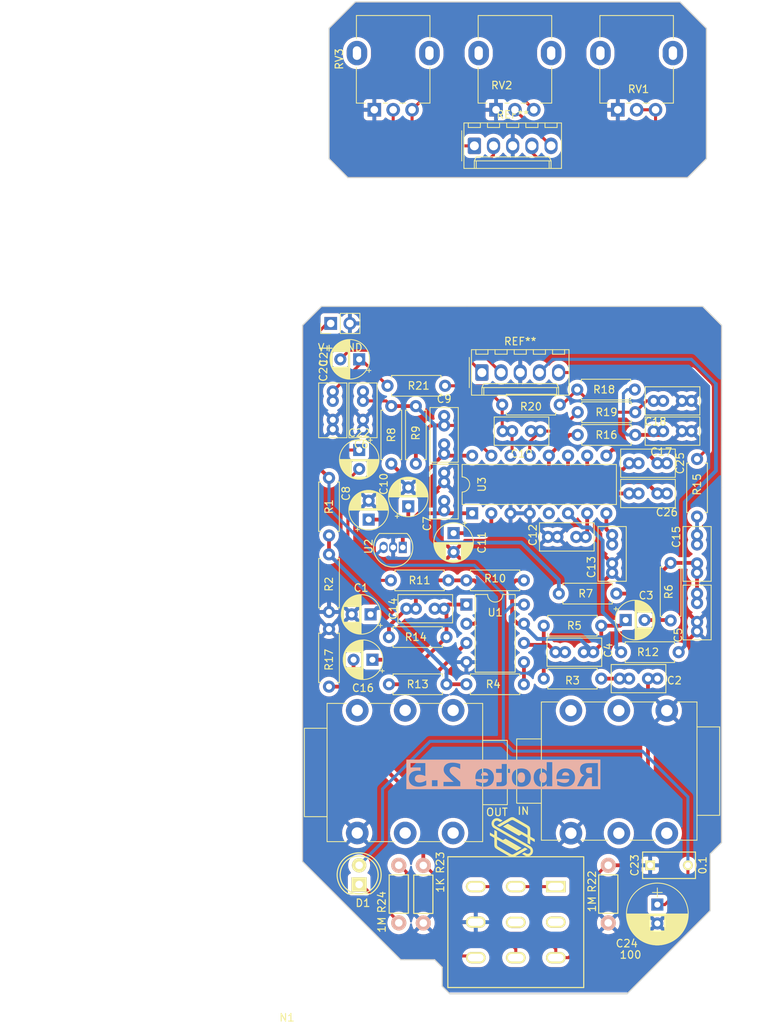
<source format=kicad_pcb>
(kicad_pcb (version 20221018) (generator pcbnew)
  (layers (0 "F.Cu" signal) (31 "B.Cu" signal) (34 "B.Paste" user) (35 "F.Paste" user) (36 "B.SilkS" user "B.Silkscreen") (37 "F.SilkS" user "F.Silkscreen") (38 "B.Mask" user) (39 "F.Mask" user) (44 "Edge.Cuts" user))
  (net 0 "")
  (net 1 "GND")
  (net 2 "+9V")
  (net 3 "Net-(D1-K)")
  (net 7 "Net-(J2-T)")
  (net 12 "Net-(J3-T)")
  (net 13 "O")
  (net 14 "I")
  (net 15 "Net-(SW1C-C)")
  (net 16 "Net-(SW1A-A)")
  (net 17 "Net-(J4-T)")
  (net 18 "Net-(J1-T)")
  (net 19 "VD")
  (net 20 "Net-(C2-Pad2)")
  (net 21 "AI")
  (net 22 "Net-(C3-Pad2)")
  (net 23 "Net-(U1B--)")
  (net 24 "Net-(C15-Pad1)")
  (net 25 "Net-(C6-Pad2)")
  (net 26 "+5V")
  (net 27 "LPF1-IN")
  (net 28 "LPF1-OUT")
  (net 29 "Net-(U3-REF)")
  (net 30 "Net-(U3-CC1)")
  (net 31 "Net-(U3-CC0)")
  (net 32 "Net-(U1A--)")
  (net 33 "Net-(C14-Pad2)")
  (net 34 "Net-(C15-Pad2)")
  (net 35 "Net-(C17-Pad2)")
  (net 36 "Net-(C18-Pad2)")
  (net 37 "LPF2-IN")
  (net 38 "LPF2-OUT")
  (net 39 "Net-(C20-Pad2)")
  (net 40 "Net-(C21-Pad2)")
  (net 41 "Net-(C22-Pad1)")
  (net 42 "Net-(C22-Pad2)")
  (net 43 "Net-(U3-OP1-OUT)")
  (net 44 "Net-(U3-OP1-IN)")
  (net 45 "Net-(U3-OP2-IN)")
  (net 46 "DELAY_OUT")
  (net 47 "Net-(U1B-+)")
  (net 48 "Net-(U3-VCO)")
  (net 49 "Net-(R12-Pad2)")
  (net 50 "Net-(U1A-+)")
  (net 51 "Net-(R15-Pad2)")
  (footprint "KiCad Lib:3PDT-Footswitch" (layer "F.Cu") (at 143.25 142.525 180)
    (fp_text reference "SW1" hide)
    (fp_text value "SW_3PDT" hide)
  )
  (footprint "Connectors:NMJ6HCD2" (layer "F.Cu") (at 122.25 130.73 90)
    (fp_text reference "J3" hide)
    (fp_text value "OUT")
  )
  (footprint "Pin_Headers:Pin_Header_Straight_1x02_Pitch2.54mm" (layer "F.Cu") (at 118.735 63.3 90)
    (fp_text reference "J1" hide)
    (fp_text value "V+ GND")
  )
  (footprint "Capacitors_THT:CP_Radial_D8.0mm_P2.50mm" (layer "F.Cu") (at 162 140.2 -90)
    (fp_text reference "C24")
    (fp_text value "100")
  )
  (footprint "LEDs:LED-5MM" (layer "F.Cu") (at 122.5 137.54 90)
    (fp_text reference "D1")
    (fp_text value "LED" hide)
  )
  (footprint "Resistors_ThroughHole:Resistor_Horizontal_RM7mm" (layer "F.Cu") (at 155.5 135 -90)
    (fp_text reference "R22")
    (fp_text value "1M")
  )
  (footprint "Resistors_ThroughHole:Resistor_Horizontal_RM7mm" (layer "F.Cu") (at 131 135.02 -90)
    (fp_text reference "R23")
    (fp_text value "1K")
  )
  (footprint "Resistors_ThroughHole:Resistor_Horizontal_RM7mm" (layer "F.Cu") (at 127.75 142.62 90)
    (fp_text reference "R24")
    (fp_text value "1M")
  )
  (footprint "Capacitors_ThroughHole:C_Rect_L7_W3.5_P5" (layer "F.Cu") (at 161.05 135)
    (fp_text reference "C23")
    (fp_text value "0.1")
  )
  (footprint "Connectors:NMJ6HCD2" (layer "F.Cu") (at 163.25 114.53 -90)
    (fp_text reference "J2" hide)
    (fp_text value "IN")
  )
  (footprint "Resistor_THT:R_Axial_DIN0207_L6.3mm_D2.5mm_P7.62mm_Horizontal" (layer "F.Cu") (at 133.88 71.55 180)
    (fp_text reference "R21")
    (fp_text value "2k7")
  )
  (footprint "Resistor_THT:R_Axial_DIN0207_L6.3mm_D2.5mm_P7.62mm_Horizontal" (layer "F.Cu") (at 159.01 72.05 180)
    (fp_text reference "R18")
    (fp_text value "12K")
  )
  (footprint "Resistor_THT:R_Axial_DIN0207_L6.3mm_D2.5mm_P7.62mm_Horizontal" (layer "F.Cu") (at 136.7 111.05)
    (fp_text reference "R4")
    (fp_text value "510K")
  )
  (footprint "Potentiometer_THT:Potentiometer_Alpha_RD901F-40-00D_Single_Vertical" (layer "F.Cu") (at 140.635 35.025 90)
    (fp_text reference "RV2")
    (fp_text value "25KB")
  )
  (footprint "Capacitor_THT:CP_Radial_D5.0mm_P2.50mm" (layer "F.Cu") (at 123.76 89.255113 90)
    (fp_text reference "C8")
    (fp_text value "47uF")
  )
  (footprint "Package_TO_SOT_THT:TO-92_Inline" (layer "F.Cu") (at 128.28 92.94 180)
    (fp_text reference "U2")
    (fp_text value "L78L05_TO92")
  )
  (footprint "Capacitor_THT:C_Rect_L7.0mm_W3.5mm_P2.50mm_P5.00mm" (layer "F.Cu") (at 166.51 73.55 180)
    (fp_text reference "C18")
    (fp_text value "10nF")
  )
  (footprint "Pedal-Components:tkw" (layer "F.Cu") (at 142.76 131.3)
    (fp_text reference "G***" hide)
    (fp_text value "LOGO" hide)
  )
  (footprint "Capacitor_THT:C_Rect_L7.0mm_W3.5mm_P2.50mm_P5.00mm" (layer "F.Cu") (at 147.51 91.55)
    (fp_text reference "C12")
    (fp_text value "100nF")
  )
  (footprint "Potentiometer_THT:Potentiometer_Alpha_RD901F-40-00D_Single_Vertical" (layer "F.Cu") (at 156.76 35.025 90)
    (fp_text reference "RV1")
    (fp_text value "50KB")
  )
  (footprint "Resistor_THT:R_Axial_DIN0207_L6.3mm_D2.5mm_P7.62mm_Horizontal" (layer "F.Cu") (at 149.07 74.05 180)
    (fp_text reference "R20")
    (fp_text value "24K")
  )
  (footprint "Resistor_THT:R_Axial_DIN0207_L6.3mm_D2.5mm_P7.62mm_Horizontal" (layer "F.Cu") (at 154.57 110.3 180)
    (fp_text reference "R3")
    (fp_text value "510K")
  )
  (footprint "Capacitor_THT:CP_Radial_D5.0mm_P2.50mm" (layer "F.Cu") (at 124.26 107.8 180)
    (fp_text reference "C16")
    (fp_text value "1uF")
  )
  (footprint "Capacitor_THT:C_Rect_L7.0mm_W3.5mm_P2.50mm_P5.00mm" (layer "F.Cu") (at 167.26 104.05 90)
    (fp_text reference "C5")
    (fp_text value "27nF")
  )
  (footprint "Resistor_THT:R_Axial_DIN0207_L6.3mm_D2.5mm_P7.62mm_Horizontal" (layer "F.Cu") (at 126.45 104.8)
    (fp_text reference "R14")
    (fp_text value "24K")
  )
  (footprint "Capacitor_THT:C_Rect_L7.0mm_W3.5mm_P2.50mm_P5.00mm" (layer "F.Cu") (at 166.51 77.55 180)
    (fp_text reference "C17")
    (fp_text value "10nF")
  )
  (footprint "Capacitor_THT:CP_Radial_D5.0mm_P2.50mm" (layer "F.Cu") (at 157.804888 102.55)
    (fp_text reference "C3")
    (fp_text value "1uF")
  )
  (footprint "Capacitor_THT:C_Rect_L7.0mm_W3.5mm_P2.50mm_P5.00mm" (layer "F.Cu") (at 128.76 101.05)
    (fp_text reference "C14")
    (fp_text value "51pF")
  )
  (footprint "Connector_Molex:Molex_KK-254_AE-6410-05A_1x05_P2.54mm_Vertical" (layer "F.Cu") (at 138.76 69.8)
    (fp_text reference "REF**")
    (fp_text value "Molex_KK-254_AE-6410-05A_1x05_P2.54mm_Vertical")
  )
  (footprint "Capacitor_THT:CP_Radial_D5.0mm_P2.50mm" (layer "F.Cu") (at 122.51 68.05 180)
    (fp_text reference "C21")
    (fp_text value "1uF")
  )
  (footprint "Resistor_THT:R_Axial_DIN0207_L6.3mm_D2.5mm_P7.62mm_Horizontal" (layer "F.Cu") (at 118.51 83.74 -90)
    (fp_text reference "R1")
    (fp_text value "12K")
  )
  (footprint "Resistor_THT:R_Axial_DIN0207_L6.3mm_D2.5mm_P7.62mm_Horizontal" (layer "F.Cu") (at 163.76 102.61 90)
    (fp_text reference "R6")
    (fp_text value "12K")
  )
  (footprint "Capacitor_THT:CP_Radial_D5.0mm_P2.50mm" (layer "F.Cu") (at 124.01 101.8 180)
    (fp_text reference "C1")
    (fp_text value "47uF")
  )
  (footprint "Capacitor_THT:C_Rect_L7.0mm_W3.5mm_P2.50mm_P5.00mm" (layer "F.Cu") (at 133.76 80.55 90)
    (fp_text reference "C9")
    (fp_text value "560pF")
  )
  (footprint "Capacitor_THT:C_Rect_L7.0mm_W3.5mm_P2.50mm_P5.00mm" (layer "F.Cu") (at 133.76 83.05 -90)
    (fp_text reference "C7")
    (fp_text value "100nF")
  )
  (footprint "Resistor_THT:R_Axial_DIN0207_L6.3mm_D2.5mm_P7.62mm_Horizontal" (layer "F.Cu") (at 144.32 97.3 180)
    (fp_text reference "R10")
    (fp_text value "24K")
  )
  (footprint "Capacitor_THT:C_Rect_L7.0mm_W3.5mm_P2.50mm_P5.00mm" (layer "F.Cu") (at 148.51 106.8)
    (fp_text reference "C4")
    (fp_text value "5pF")
  )
  (footprint "Capacitor_THT:C_Rect_L7.0mm_W3.5mm_P2.50mm_P5.00mm" (layer "F.Cu") (at 163.26 85.8 180)
    (fp_text reference "C26")
    (fp_text value "82nF")
  )
  (footprint "Resistor_THT:R_Axial_DIN0207_L6.3mm_D2.5mm_P7.62mm_Horizontal" (layer "F.Cu") (at 157.2 106.8)
    (fp_text reference "R12")
    (fp_text value "1k")
  )
  (footprint "Resistor_THT:R_Axial_DIN0207_L6.3mm_D2.5mm_P7.62mm_Horizontal" (layer "F.Cu") (at 118.51 93.86 -90)
    (fp_text reference "R2")
    (fp_text value "12K")
  )
  (footprint "Resistor_THT:R_Axial_DIN0207_L6.3mm_D2.5mm_P7.62mm_Horizontal" (layer "F.Cu") (at 130.01 74.24 -90)
    (fp_text reference "R9")
    (fp_text value "47K")
  )
  (footprint "Package_DIP:DIP-16_W7.62mm" (layer "F.Cu") (at 137.47 88.42 90)
    (fp_text reference "U3")
    (fp_text value "PT2399")
  )
  (footprint "Resistor_THT:R_Axial_DIN0207_L6.3mm_D2.5mm_P7.62mm_Horizontal" (layer "F.Cu") (at 118.51 103.74 -90)
    (fp_text reference "R17")
    (fp_text value "100K")
  )
  (footprint "Capacitor_THT:CP_Radial_D5.0mm_P2.50mm" (layer "F.Cu") (at 135.01 91.05 -90)
    (fp_text reference "C11")
    (fp_text value "47uF")
  )
  (footprint "Resistor_THT:R_Axial_DIN0207_L6.3mm_D2.5mm_P7.62mm_Horizontal" (layer "F.Cu") (at 159.07 75.05 180)
    (fp_text reference "R19")
    (fp_text value "12K")
  )
  (footprint "Resistor_THT:R_Axial_DIN0207_L6.3mm_D2.5mm_P7.62mm_Horizontal" (layer "F.Cu") (at 156.57 99.05 180)
    (fp_text reference "R7")
    (fp_text value "12K")
  )
  (footprint "Pedal-Components:1590B" (layer "F.Cu") (at 112.94 154.659085)
    (fp_text reference "N1")
    (fp_text value "Housing")
  )
  (footprint "Capacitor_THT:C_Rect_L7.0mm_W3.5mm_P2.50mm_P5.00mm" (layer "F.Cu") (at 167.26 96.3 90)
    (fp_text reference "C15")
    (fp_text value "100nF")
  )
  (footprint "Package_DIP:DIP-8_W7.62mm" (layer "F.Cu") (at 136.71 100.5)
    (fp_text reference "U1")
    (fp_text value "TL072")
  )
  (footprint "Resistor_THT:R_Axial_DIN0207_L6.3mm_D2.5mm_P7.62mm_Horizontal" (layer "F.Cu") (at 146.95 103.3)
    (fp_text reference "R5")
    (fp_text value "510K")
  )
  (footprint "Capacitor_THT:CP_Radial_D5.0mm_P2.50mm" (layer "F.Cu") (at 122.51 80.05 -90)
    (fp_text reference "C22")
    (fp_text value "1uF")
  )
  (footprint "Resistor_THT:R_Axial_DIN0207_L6.3mm_D2.5mm_P7.62mm_Horizontal" (layer "F.Cu") (at 134.07 111.05 180)
    (fp_text reference "R13")
    (fp_text value "1k")
  )
  (footprint "Potentiometer_THT:Potentiometer_Alpha_RD901F-40-00D_Single_Vertical" (layer "F.Cu") (at 124.51 35.025 90)
    (fp_text reference "RV3")
    (fp_text value "100KB")
  )
  (footprint "Capacitor_THT:C_Rect_L7.0mm_W3.5mm_P2.50mm_P5.00mm" (layer "F.Cu") (at 162.01 110.3 180)
    (fp_text reference "C2")
    (fp_text value "8n2")
  )
  (footprint "Connector_Molex:Molex_KK-254_AE-6410-05A_1x05_P2.54mm_Vertical" (layer "F.Cu") (at 137.76 39.8)
    (fp_text reference "REF**")
    (fp_text value "Molex_KK-254_AE-6410-05A_1x05_P2.54mm_Vertical")
  )
  (footprint "Capacitor_THT:C_Rect_L7.0mm_W3.5mm_P2.50mm_P5.00mm" (layer "F.Cu") (at 163.26 81.8 180)
    (fp_text reference "C25")
    (fp_text value "82nF")
  )
  (footprint "Resistor_THT:R_Axial_DIN0207_L6.3mm_D2.5mm_P7.62mm_Horizontal" (layer "F.Cu") (at 126.7 97.3)
    (fp_text reference "R11")
    (fp_text value "33K")
  )
  (footprint "Capacitor_THT:C_Rect_L7.0mm_W3.5mm_P2.50mm_P5.00mm" (layer "F.Cu") (at 123.01 77.3 90)
    (fp_text reference "C6")
    (fp_text value "10nF")
  )
  (footprint "Capacitor_THT:C_Rect_L7.0mm_W3.5mm_P2.50mm_P5.00mm" (layer "F.Cu") (at 156.01 96.3 90)
    (fp_text reference "C13")
    (fp_text value "100nF")
  )
  (footprint "Capacitor_THT:C_Rect_L7.0mm_W3.5mm_P2.50mm_P5.00mm" (layer "F.Cu") (at 146.51 77.55 180)
    (fp_text reference "C19")
    (fp_text value "1nF")
  )
  (footprint "Resistor_THT:R_Axial_DIN0207_L6.3mm_D2.5mm_P7.62mm_Horizontal" (layer "F.Cu") (at 167.26 88.86 90)
    (fp_text reference "R15")
    (fp_text value "15K")
  )
  (footprint "Capacitor_THT:C_Rect_L7.0mm_W3.5mm_P2.50mm_P5.00mm" (layer "F.Cu") (at 119.01 77.3 90)
    (fp_text reference "C20")
    (fp_text value "100nF")
  )
  (footprint "Resistor_THT:R_Axial_DIN0207_L6.3mm_D2.5mm_P7.62mm_Horizontal" (layer "F.Cu") (at 151.45 78.05)
    (fp_text reference "R16")
    (fp_text value "12K")
  )
  (footprint "Resistor_THT:R_Axial_DIN0207_L6.3mm_D2.5mm_P7.62mm_Horizontal" (layer "F.Cu") (at 126.76 74.24 -90)
    (fp_text reference "R8")
    (fp_text value "12K")
  )
  (footprint "Capacitor_THT:CP_Radial_D5.0mm_P2.50mm" (layer "F.Cu") (at 129.01 87.505113 90)
    (fp_text reference "C10")
    (fp_text value "47uF")
  )
  (gr_line (start 128 147.5) (end 127 146.5) (stroke (width 0.15)) (layer "Edge.Cuts"))
  (gr_line (start 115 134.5) (end 115 121) (stroke (width 0.15)) (layer "Edge.Cuts"))
  (gr_line (start 121 44) (end 166 44) (stroke (width 0.15)) (layer "Edge.Cuts"))
  (gr_line (start 127 146.5) (end 115 134.5) (stroke (width 0.15)) (layer "Edge.Cuts"))
  (gr_line (start 115.01 63.55) (end 115 108.25) (stroke (width 0.15)) (layer "Edge.Cuts"))
  (gr_line (start 168.5 24.25) (end 165 20.75) (stroke (width 0.15)) (layer "Edge.Cuts"))
  (gr_line (start 169 141) (end 158 152) (stroke (width 0.15)) (layer "Edge.Cuts"))
  (gr_line (start 133.5 151) (end 133.5 148.5) (stroke (width 0.15)) (layer "Edge.Cuts"))
  (gr_line (start 168.5 41.5) (end 168.5 24.25) (stroke (width 0.15)) (layer "Edge.Cuts"))
  (gr_line (start 169 133.5) (end 170.5 132) (stroke (width 0.15)) (layer "Edge.Cuts"))
  (gr_line (start 170.5 85) (end 170.51 63.55) (stroke (width 0.15)) (layer "Edge.Cuts"))
  (gr_line (start 118.51 41.5) (end 121 44) (stroke (width 0.15)) (layer "Edge.Cuts"))
  (gr_line (start 115.01 63.55) (end 117.51 61.05) (stroke (width 0.15)) (layer "Edge.Cuts"))
  (gr_line (start 134.5 152) (end 158 152) (stroke (width 0.15)) (layer "Edge.Cuts"))
  (gr_line (start 165 20.75) (end 122 20.75) (stroke (width 0.15)) (layer "Edge.Cuts"))
  (gr_line (start 169 133.5) (end 169 141) (stroke (width 0.15)) (layer "Edge.Cuts"))
  (gr_line (start 118.51 24.24) (end 122 20.75) (stroke (width 0.15)) (layer "Edge.Cuts"))
  (gr_line (start 118.51 24.24) (end 118.51 41.5) (stroke (width 0.15)) (layer "Edge.Cuts"))
  (gr_line (start 170.5 108.25) (end 170.5 85) (stroke (width 0.15)) (layer "Edge.Cuts"))
  (gr_line (start 136.76 61.05) (end 168.01 61.05) (stroke (width 0.15)) (layer "Edge.Cuts"))
  (gr_line (start 134.5 152) (end 133.5 151) (stroke (width 0.15)) (layer "Edge.Cuts"))
  (gr_line (start 117.51 61.05) (end 136.76 61.05) (stroke (width 0.15)) (layer "Edge.Cuts"))
  (gr_line (start 133.5 148.5) (end 132.5 147.5) (stroke (width 0.15)) (layer "Edge.Cuts"))
  (gr_line (start 168.5 41.5) (end 166 44) (stroke (width 0.15)) (layer "Edge.Cuts"))
  (gr_line (start 115 112.75) (end 115 121) (stroke (width 0.15)) (layer "Edge.Cuts"))
  (gr_line (start 132.5 147.5) (end 128.5 147.5) (stroke (width 0.15)) (layer "Edge.Cuts"))
  (gr_line (start 170.5 108.25) (end 170.5 112.75) (stroke (width 0.15)) (layer "Edge.Cuts"))
  (gr_line (start 170.51 63.55) (end 168.01 61.05) (stroke (width 0.15)) (layer "Edge.Cuts"))
  (gr_line (start 115 108.25) (end 115 112.75) (stroke (width 0.15)) (layer "Edge.Cuts"))
  (gr_line (start 170.5 132) (end 170.5 112.75) (stroke (width 0.15)) (layer "Edge.Cuts"))
  (gr_line (start 128.5 147.5) (end 128 147.5) (stroke (width 0.15)) (layer "Edge.Cuts"))
  (gr_text "Rebote 2.5" (at 154.51 125.05) (layer "B.SilkS" knockout) (effects (font (size 3 3) (thickness 0.3) bold italic) (justify left bottom mirror)))
  (segment (start 162 140.2) (end 163 140.2) (width 0.4) (layer "F.Cu") (net 2))
  (segment (start 163 140.2) (end 166.05 137.15) (width 0.4) (layer "F.Cu") (net 2))
  (segment (start 166.05 137.15) (end 166.05 135) (width 0.4) (layer "F.Cu") (net 2))
  (segment (start 118.26 63.3) (end 116.76 64.8) (width 0.4) (layer "F.Cu") (net 2))
  (segment (start 116.76 64.8) (end 116.76 81.99) (width 0.5) (layer "F.Cu") (net 2))
  (segment (start 116.76 81.99) (end 118.51 83.74) (width 0.5) (layer "F.Cu") (net 2))
  (segment (start 118.735 63.3) (end 118.26 63.3) (width 0.4) (layer "F.Cu") (net 2))
  (segment (start 124.51 93.8) (end 124.88 93.8) (width 0.4) (layer "B.Cu") (net 2))
  (segment (start 125.6 131.9) (end 122.5 135) (width 0.4) (layer "B.Cu") (net 2))
  (segment (start 124.88 93.8) (end 125.74 92.94) (width 0.4) (layer "B.Cu") (net 2))
  (segment (start 141.6 118.6) (end 142.9 119.9) (width 0.4) (layer "B.Cu") (net 2))
  (segment (start 131.9 118.6) (end 125.6 124.9) (width 0.4) (layer "B.Cu") (net 2))
  (segment (start 160 119.9) (end 166.05 125.95) (width 0.4) (layer "B.Cu") (net 2))
  (segment (start 137.76 95.3) (end 126.01 95.3) (width 0.4) (layer "B.Cu") (net 2))
  (segment (start 125.6 124.9) (end 125.6 131.9) (width 0.4) (layer "B.Cu") (net 2))
  (segment (start 118.51 87.8) (end 118.51 83.74) (width 0.4) (layer "B.Cu") (net 2))
  (segment (start 142.9 119.9) (end 160 119.9) (width 0.4) (layer "B.Cu") (net 2))
  (segment (start 141.6 99.14) (end 137.76 95.3) (width 0.4) (layer "B.Cu") (net 2))
  (segment (start 142.81 100.5) (end 144.33 100.5) (width 0.4) (layer "B.Cu") (net 2))
  (segment (start 166.05 125.95) (end 166.05 135) (width 0.4) (layer "B.Cu") (net 2))
  (segment (start 124.51 93.8) (end 118.51 87.8) (width 0.4) (layer "B.Cu") (net 2))
  (segment (start 141.6 101.71) (end 141.6 99.14) (width 0.4) (layer "B.Cu") (net 2))
  (segment (start 141.6 118.6) (end 131.9 118.6) (width 0.4) (layer "B.Cu") (net 2))
  (segment (start 141.6 118.6) (end 141.6 101.71) (width 0.4) (layer "B.Cu") (net 2))
  (segment (start 126.01 95.3) (end 124.51 93.8) (width 0.4) (layer "B.Cu") (net 2))
  (segment (start 141.6 101.71) (end 142.81 100.5) (width 0.4) (layer "B.Cu") (net 2))
  (segment (start 122.75 137.5) (end 127.75 142.5) (width 0.4) (layer "F.Cu") (net 3))
  (segment (start 118.51 111.36) (end 119.95 111.36) (width 0.5) (layer "F.Cu") (net 13))
  (segment (start 119.95 111.36) (end 121.76 109.55) (width 0.5) (layer "F.Cu") (net 13))
  (segment (start 125.26 121.55) (end 131 127.29) (width 0.5) (layer "F.Cu") (net 13))
  (segment (start 140.6 143.425) (end 143.25 146.075) (width 0.4) (layer "F.Cu") (net 13))
  (segment (start 121.76 107.8) (end 121.76 109.55) (width 0.5) (layer "F.Cu") (net 13))
  (segment (start 125.26 113.05) (end 125.26 121.55) (width 0.5) (layer "F.Cu") (net 13))
  (segment (start 121.76 109.55) (end 125.26 113.05) (width 0.5) (layer "F.Cu") (net 13))
  (segment (start 131 127.29) (end 131 135.02) (width 0.5) (layer "F.Cu") (net 13))
  (segment (start 131.22 135.02) (end 136.4 140.2) (width 0.4) (layer "F.Cu") (net 13))
  (segment (start 143.25 146.075) (end 143.25 147.225) (width 0.4) (layer "F.Cu") (net 13))
  (segment (start 140.6 141.6) (end 140.6 143.425) (width 0.4) (layer "F.Cu") (net 13))
  (segment (start 139.2 140.2) (end 140.6 141.6) (width 0.4) (layer "F.Cu") (net 13))
  (segment (start 136.4 140.2) (end 139.2 140.2) (width 0.4) (layer "F.Cu") (net 13))
  (segment (start 148.55 146.075) (end 145.9 143.425) (width 0.4) (layer "F.Cu") (net 14))
  (segment (start 151.925 145.575) (end 152.5 145) (width 0.4) (layer "F.Cu") (net 14))
  (segment (start 148.55 147.225) (end 148.55 146.075) (width 0.4) (layer "F.Cu") (net 14))
  (segment (start 152.5 145) (end 152.5 141.5) (width 0.4) (layer "F.Cu") (net 14))
  (segment (start 141.6 140.1) (end 140.5 139) (width 0.4) (layer "F.Cu") (net 14))
  (segment (start 151.9 145.575) (end 151.925 145.575) (width 0.4) (layer "F.Cu") (net 14))
  (segment (start 154 140) (end 154 136.25) (width 0.4) (layer "F.Cu") (net 14))
  (segment (start 137.95 137.825) (end 139.825 137.825) (width 0.4) (layer "F.Cu") (net 14))
  (segment (start 140.5 138.5) (end 139.825 137.825) (width 0.4) (layer "F.Cu") (net 14))
  (segment (start 160.76 110.3) (end 160.76 131.3) (width 0.5) (layer "F.Cu") (net 14))
  (segment (start 154 136.25) (end 155.5 134.75) (width 0.4) (layer "F.Cu") (net 14))
  (segment (start 157.06 135) (end 155.5 135) (width 0.5) (layer "F.Cu") (net 14))
  (segment (start 140.5 139) (end 140.5 138.5) (width 0.4) (layer "F.Cu") (net 14))
  (segment (start 145.9 141.6) (end 144.4 140.1) (width 0.4) (layer "F.Cu") (net 14))
  (segment (start 150.25 147.225) (end 151.9 145.575) (width 0.4) (layer "F.Cu") (net 14))
  (segment (start 160.76 131.3) (end 157.06 135) (width 0.5) (layer "F.Cu") (net 14))
  (segment (start 148.55 147.225) (end 150.25 147.225) (width 0.4) (layer "F.Cu") (net 14))
  (segment (start 144.4 140.1) (end 141.6 140.1) (width 0.4) (layer "F.Cu") (net 14))
  (segment (start 145.9 143.425) (end 145.9 141.6) (width 0.4) (layer "F.Cu") (net 14))
  (segment (start 152.5 141.5) (end 154 140) (width 0.4) (layer "F.Cu") (net 14))
  (segment (start 133.2 139.9) (end 134.2 140.9) (width 0.4) (layer "F.Cu") (net 15))
  (segment (start 130.9 139.9) (end 133.2 139.9) (width 0.4) (layer "F.Cu") (net 15))
  (segment (start 128.749489 137.749489) (end 130.9 139.9) (width 0.4) (layer "F.Cu") (net 15))
  (segment (start 128.749489 135.879489) (end 128.749489 137.749489) (width 0.4) (layer "F.Cu") (net 15))
  (segment (start 134.2 140.9) (end 134.2 145.1) (width 0.4) (layer "F.Cu") (net 15))
  (segment (start 127.87 135) (end 128.749489 135.879489) (width 0.4) (layer "F.Cu") (net 15))
  (segment (start 134.2 145.1) (end 136.1 147) (width 0.4) (layer "F.Cu") (net 15))
  (segment (start 136.1 147) (end 137.725 147) (width 0.4) (layer "F.Cu") (net 15))
  (segment (start 143.25 137.825) (end 148.55 137.825) (width 0.4) (layer "F.Cu") (net 16))
  (segment (start 134.07 111.05) (end 136.7 111.05) (width 0.5) (layer "F.Cu") (net 19))
  (segment (start 118.51 91.36) (end 118.51 93.86) (width 0.5) (layer "F.Cu") (net 19))
  (segment (start 134.07 111.05) (end 134.07 109.11) (width 0.5) (layer "B.Cu") (net 19))
  (segment (start 134.07 109.11) (end 127.26 102.3) (width 0.5) (layer "B.Cu") (net 19))
  (segment (start 124.855 100.955) (end 124.01 101.8) (width 0.5) (layer "B.Cu") (net 19))
  (segment (start 127.26 102.3) (end 126.95 102.3) (width 0.5) (layer "B.Cu") (net 19))
  (segment (start 126.95 102.3) (end 125.605 100.955) (width 0.5) (layer "B.Cu") (net 19))
  (segment (start 125.605 100.955) (end 124.855 100.955) (width 0.5) (layer "B.Cu") (net 19))
  (segment (start 125.605 100.955) (end 118.51 93.86) (width 0.5) (layer "B.Cu") (net 19))
  (segment (start 154.57 110.3) (end 158.26 110.3) (width 0.5) (layer "F.Cu") (net 20))
  (segment (start 142.76 102.3) (end 142.76 97.8) (width 0.5) (layer "F.Cu") (net 21))
  (segment (start 157.054888 103.3) (end 157.804888 102.55) (width 0.5) (layer "F.Cu") (net 21))
  (segment (start 154.57 105.74) (end 153.51 106.8) (width 0.5) (layer "F.Cu") (net 21))
  (segment (start 144.33 103.04) (end 143.5 103.04) (width 0.5) (layer "F.Cu") (net 21))
  (segment (start 143.26 97.3) (end 144.32 97.3) (width 0.5) (layer "F.Cu") (net 21))
  (segment (start 154.57 103.3) (end 157.054888 103.3) (width 0.5) (layer "F.Cu") (net 21))
  (segment (start 154.57 103.3) (end 154.57 105.74) (width 0.5) (layer "F.Cu") (net 21))
  (segment (start 143.5 103.04) (end 142.76 102.3) (width 0.5) (layer "F.Cu") (net 21))
  (segment (start 142.76 97.8) (end 143.26 97.3) (width 0.5) (layer "F.Cu") (net 21))
  (segment (start 146.09 105.05) (end 151.76 105.05) (width 0.5) (layer "B.Cu") (net 21))
  (segment (start 151.76 105.05) (end 153.51 106.8) (width 0.5) (layer "B.Cu") (net 21))
  (segment (start 144.33 103.29) (end 146.09 105.05) (width 0.5) (layer "B.Cu") (net 21))
  (segment (start 160.304888 102.55) (end 163.7 102.55) (width 0.5) (layer "F.Cu") (net 22))
  (segment (start 144.33 105.83) (end 147.01 105.83) (width 0.5) (layer "F.Cu") (net 23))
  (segment (start 146.95 105.89) (end 147.01 105.83) (width 0.5) (layer "F.Cu") (net 23))
  (segment (start 146.95 110.3) (end 146.95 105.89) (width 0.5) (layer "F.Cu") (net 23))
  (segment (start 147.54 105.83) (end 148.51 106.8) (width 0.5) (layer "F.Cu") (net 23))
  (segment (start 146.95 103.3) (end 146.95 105.77) (width 0.5) (layer "F.Cu") (net 23))
  (segment (start 146.95 105.77) (end 147.01 105.83) (width 0.5) (layer "F.Cu") (net 23))
  (segment (start 147.01 105.83) (end 147.54 105.83) (width 0.5) (layer "F.Cu") (net 23))
  (segment (start 163.76 94.99) (end 167.2 94.99) (width 0.5) (layer "F.Cu") (net 24))
  (segment (start 167.26 95.05) (end 167.26 100.3) (width 0.5) (layer "F.Cu") (net 24))
  (segment (start 156.57 99.05) (end 159.7 99.05) (width 0.5) (layer "F.Cu") (net 24))
  (segment (start 159.7 99.05) (end 163.76 94.99) (width 0.5) (layer "F.Cu") (net 24))
  (segment (start 126.76 74.24) (end 130.01 74.24) (width 0.5) (layer "F.Cu") (net 25))
  (segment (start 123.01 73.55) (end 126.07 73.55) (width 0.4) (layer "F.Cu") (net 25))
  (segment (start 126.07 73.55) (end 126.76 74.24) (width 0.4) (layer "F.Cu") (net 25))
  (segment (start 133.26 92.3) (end 144.01 92.3) (width 0.5) (layer "B.Cu") (net 25))
  (segment (start 148.95 97.24) (end 148.95 99.05) (width 0.5) (layer "B.Cu") (net 25))
  (segment (start 132.51 91.55) (end 133.26 92.3) (width 0.5) (layer "B.Cu") (net 25))
  (segment (start 144.01 92.3) (end 148.95 97.24) (width 0.5) (layer "B.Cu") (net 25))
  (segment (start 130.01 74.24) (end 132.51 76.74) (width 0.5) (layer "B.Cu") (net 25))
  (segment (start 132.51 76.74) (end 132.51 91.55) (width 0.5) (layer "B.Cu") (net 25))
  (segment (start 128.28 90.53) (end 129.635 89.175) (width 0.5) (layer "F.Cu") (net 26))
  (segment (start 129.01 89.005113) (end 129.26 89.255113) (width 0.5) (layer "F.Cu") (net 26))
  (segment (start 129.26 89.255113) (end 129.554887 89.255113) (width 0.5) (layer "F.Cu") (net 26))
  (segment (start 129.554887 89.255113) (end 129.635 89.175) (width 0.5) (layer "F.Cu") (net 26))
  (segment (start 129.01 87.505113) (end 129.01 89.005113) (width 0.5) (layer "F.Cu") (net 26))
  (segment (start 129.635 89.175) (end 130.39 88.42) (width 0.5) (layer "F.Cu") (net 26))
  (segment (start 128.28 92.94) (end 128.28 90.53) (width 0.5) (layer "F.Cu") (net 26))
  (segment (start 130.39 88.42) (end 137.47 88.42) (width 0.5) (layer "F.Cu") (net 26))
  (segment (start 123.76 89.255113) (end 129.26 89.255113) (width 0.5) (layer "F.Cu") (net 26))
  (segment (start 133.76 80.55) (end 130.76 83.55) (width 0.5) (layer "F.Cu") (net 27))
  (segment (start 137.47 80.8) (end 134.01 80.8) (width 0.5) (layer "F.Cu") (net 27))
  (segment (start 128.45 83.55) (end 126.76 81.86) (width 0.5) (layer "F.Cu") (net 27))
  (segment (start 130.76 83.55) (end 128.45 83.55) (width 0.5) (layer "F.Cu") (net 27))
  (segment (start 130.01 78.8) (end 132.01 76.8) (width 0.5) (layer "F.Cu") (net 28))
  (segment (start 140.01 80.8) (end 136.01 76.8) (width 0.4) (layer "F.Cu") (net 28))
  (segment (start 136.01 76.8) (end 133.76 76.8) (width 0.4) (layer "F.Cu") (net 28))
  (segment (start 130.01 81.86) (end 130.01 78.8) (width 0.5) (layer "F.Cu") (net 28))
  (segment (start 132.01 76.8) (end 133.76 76.8) (width 0.5) (layer "F.Cu") (net 28))
  (segment (start 140.01 90.05) (end 140.01 88.42) (width 0.5) (layer "F.Cu") (net 29))
  (segment (start 139.01 91.05) (end 140.01 90.05) (width 0.5) (layer "F.Cu") (net 29))
  (segment (start 135.01 91.05) (end 139.01 91.05) (width 0.5) (layer "F.Cu") (net 29))
  (segment (start 152.71 88.42) (end 152.71 91.35) (width 0.5) (layer "F.Cu") (net 30))
  (segment (start 155.25 90.54) (end 156.01 91.3) (width 0.5) (layer "F.Cu") (net 31))
  (segment (start 155.25 88.42) (end 155.25 90.54) (width 0.5) (layer "F.Cu") (net 31))
  (segment (start 138.51 102.3) (end 138.51 98.05) (width 0.5) (layer "F.Cu") (net 32))
  (segment (start 137.76 97.3) (end 136.7 97.3) (width 0.5) (layer "F.Cu") (net 32))
  (segment (start 136.7 97.3) (end 131.51 97.3) (width 0.5) (layer "F.Cu") (net 32))
  (segment (start 126.45 103.36) (end 128.76 101.05) (width 0.5) (layer "F.Cu") (net 32))
  (segment (start 138.51 98.05) (end 137.76 97.3) (width 0.5) (layer "F.Cu") (net 32))
  (segment (start 137.77 103.04) (end 138.51 102.3) (width 0.5) (layer "F.Cu") (net 32))
  (segment (start 126.45 104.8) (end 126.45 103.36) (width 0.5) (layer "F.Cu") (net 32))
  (segment (start 131.51 97.3) (end 130.01 98.8) (width 0.5) (layer "F.Cu") (net 32))
  (segment (start 136.71 103.04) (end 137.77 103.04) (width 0.5) (layer "F.Cu") (net 32))
  (segment (start 130.01 98.8) (end 130.01 101.05) (width 0.5) (layer "F.Cu") (net 32))
  (segment (start 131.07 107.8) (end 134.07 104.8) (width 0.5) (layer "F.Cu") (net 33))
  (segment (start 134.31 100.5) (end 133.76 101.05) (width 0.5) (layer "F.Cu") (net 33))
  (segment (start 124.26 107.8) (end 131.07 107.8) (width 0.5) (layer "F.Cu") (net 33))
  (segment (start 134.07 104.8) (end 134.07 101.36) (width 0.5) (layer "F.Cu") (net 33))
  (segment (start 136.71 100.5) (end 134.31 100.5) (width 0.5) (layer "F.Cu") (net 33))
  (segment (start 167.26 88.86) (end 167.26 92.55) (width 0.5) (layer "B.Cu") (net 34))
  (segment (start 159.07 78.05) (end 162.51 78.05) (width 0.5) (layer "F.Cu") (net 35))
  (segment (start 158.01 78.05) (end 159.07 78.05) (width 0.4) (layer "B.Cu") (net 35))
  (segment (start 159.01 72.05) (end 158.01 72.05) (width 0.4) (layer "B.Cu") (net 35))
  (segment (start 158.01 72.05) (end 157.51 72.55) (width 0.4) (layer "B.Cu") (net 35))
  (segment (start 157.51 72.55) (end 157.51 77.55) (width 0.4) (layer "B.Cu") (net 35))
  (segment (start 157.51 77.55) (end 158.01 78.05) (width 0.4) (layer "B.Cu") (net 35))
  (segment (start 149.39 74.05) (end 151.39 72.05) (width 0.4) (layer "F.Cu") (net 36))
  (segment (start 160.57 73.55) (end 159.07 75.05) (width 0.4) (layer "F.Cu") (net 36))
  (segment (start 161.51 73.55) (end 160.57 73.55) (width 0.4) (layer "F.Cu") (net 36))
  (segment (start 154.39 75.05) (end 151.39 72.05) (width 0.4) (layer "F.Cu") (net 36))
  (segment (start 159.07 75.05) (end 154.39 75.05) (width 0.4) (layer "F.Cu") (net 36))
  (segment (start 149.07 74.05) (end 149.39 74.05) (width 0.4) (layer "F.Cu") (net 36))
  (segment (start 146.51 77.55) (end 148.95 77.55) (width 0.4) (layer "F.Cu") (net 37))
  (segment (start 148.95 77.55) (end 151.45 75.05) (width 0.4) (layer "F.Cu") (net 37))
  (segment (start 145.09 80.8) (end 145.09 78.97) (width 0.4) (layer "F.Cu") (net 37))
  (segment (start 145.09 78.97) (end 146.51 77.55) (width 0.4) (layer "F.Cu") (net 37))
  (segment (start 141.45 74.73) (end 141.45 74.05) (width 0.4) (layer "F.Cu") (net 38))
  (segment (start 142.76 80.59) (end 142.55 80.8) (width 0.4) (layer "F.Cu") (net 38))
  (segment (start 133.88 71.55) (end 138.95 71.55) (width 0.4) (layer "F.Cu") (net 38))
  (segment (start 141.51 77.55) (end 142.76 77.55) (width 0.4) (layer "F.Cu") (net 38))
  (segment (start 141.45 74.05) (end 141.45 77.49) (width 0.4) (layer "F.Cu") (net 38))
  (segment (start 141.45 77.49) (end 141.51 77.55) (width 0.4) (layer "F.Cu") (net 38))
  (segment (start 138.95 71.55) (end 141.45 74.05) (width 0.4) (layer "F.Cu") (net 38))
  (segment (start 142.76 77.55) (end 142.76 80.59) (width 0.4) (layer "F.Cu") (net 38))
  (segment (start 122.76 68.05) (end 122.51 68.05) (width 0.4) (layer "F.Cu") (net 39))
  (segment (start 119.01 72.3) (end 122.51 68.8) (width 0.4) (layer "F.Cu") (net 39))
  (segment (start 126.26 71.55) (end 122.76 68.05) (width 0.4) (layer "F.Cu") (net 39))
  (segment (start 122.51 68.8) (end 122.51 68.05) (width 0.4) (layer "F.Cu") (net 39))
  (segment (start 131.735 32.8) (end 129.51 35.025) (width 0.4) (layer "F.Cu") (net 40))
  (segment (start 145.635 35.025) (end 143.41 32.8) (width 0.4) (layer "F.Cu") (net 40))
  (segment (start 131.51 39.8) (end 129.51 37.8) (width 0.4) (layer "F.Cu") (net 40))
  (segment (start 137.76 39.8) (end 131.51 39.8) (width 0.4) (layer "F.Cu") (net 40))
  (segment (start 135.81 66.85) (end 138.76 69.8) (width 0.4) (layer "F.Cu") (net 40))
  (segment (start 143.41 32.8) (end 131.735 32.8) (width 0.4) (layer "F.Cu") (net 40))
  (segment (start 129.51 37.8) (end 129.51 35.025) (width 0.4) (layer "F.Cu") (net 40))
  (segment (start 121.21 66.85) (end 135.81 66.85) (width 0.4) (layer "F.Cu") (net 40))
  (segment (start 120.01 68.05) (end 121.21 66.85) (width 0.4) (layer "F.Cu") (net 40))
  (segment (start 119.01 80.05) (end 117.51 78.55) (width 0.4) (layer "F.Cu") (net 41))
  (segment (start 117.51 78.55) (end 117.51 67.8) (width 0.4) (layer "F.Cu") (net 41))
  (segment (start 119.06 66.25) (end 117.51 67.8) (width 0.4) (layer "F.Cu") (net 41))
  (segment (start 122.51 80.05) (end 119.01 80.05) (width 0.4) (layer "F.Cu") (net 41))
  (segment (start 140.3 39.8) (end 140.3 41.01) (width 0.4) (layer "F.Cu") (net 41))
  (segment (start 140.3 41.01) (end 139.51 41.8) (width 0.4) (layer "F.Cu") (net 41))
  (segment (start 141.26 69.8) (end 137.71 66.25) (width 0.4) (layer "F.Cu") (net 41))
  (segment (start 139.51 41.8) (end 128.76 41.8) (width 0.4) (layer "F.Cu") (net 41))
  (segment (start 141.3 69.8) (end 141.26 69.8) (width 0.4) (layer "F.Cu") (net 41))
  (segment (start 128.76 41.8) (end 127.01 40.05) (width 0.4) (layer "F.Cu") (net 41))
  (segment (start 127.01 40.05) (end 127.01 35.025) (width 0.4) (layer "F.Cu") (net 41))
  (segment (start 137.71 66.25) (end 119.06 66.25) (width 0.4) (layer "F.Cu") (net 41))
  (segment (start 121.01 93.3) (end 121.01 84.05) (width 0.4) (layer "F.Cu") (net 42))
  (segment (start 125.01 97.3) (end 121.01 93.3) (width 0.4) (layer "F.Cu") (net 42))
  (segment (start 126.7 97.3) (end 125.01 97.3) (width 0.4) (layer "F.Cu") (net 42))
  (segment (start 121.01 84.05) (end 122.51 82.55) (width 0.4) (layer "F.Cu") (net 42))
  (segment (start 160.210001 80.000001) (end 162.01 81.8) (width 0.5) (layer "F.Cu") (net 43))
  (segment (start 156.049999 80.000001) (end 160.210001 80.000001) (width 0.5) (layer "F.Cu") (net 43))
  (segment (start 155.25 80.8) (end 156.049999 80.000001) (width 0.5) (layer "F.Cu") (net 43))
  (segment (start 153.309999 82.599999) (end 152.71 82) (width 0.5) (layer "F.Cu") (net 44))
  (segment (start 158.26 81.8) (end 157.460001 82.599999) (width 0.5) (layer "F.Cu") (net 44))
  (segment (start 152.71 82) (end 152.71 80.8) (width 0.5) (layer "F.Cu") (net 44))
  (segment (start 157.460001 82.599999) (end 153.309999 82.599999) (width 0.5) (layer "F.Cu") (net 44))
  (segment (start 151.51 84.3) (end 160.51 84.3) (width 0.5) (layer "F.Cu") (net 45))
  (segment (start 150.17 80.8) (end 150.17 82.96) (width 0.5) (layer "F.Cu") (net 45))
  (segment (start 150.17 82.96) (end 151.51 84.3) (width 0.5) (layer "F.Cu") (net 45))
  (segment (start 160.51 84.3) (end 162.01 85.8) (width 0.5) (layer "F.Cu") (net 45))
  (segment (start 158.26 85.8) (end 148.76 85.8) (width 0.5) (layer "F.Cu") (net 46))
  (segment (start 148.76 85.8) (end 147.63 84.67) (width 0.5) (layer "F.Cu") (net 46))
  (segment (start 150.38 78.05) (end 151.45 78.05) (width 0.5) (layer "F.Cu") (net 46))
  (segment (start 147.63 80.8) (end 150.38 78.05) (width 0.5) (layer "F.Cu") (net 46))
  (segment (start 147.63 84.67) (end 147.63 80.8) (width 0.5) (layer "F.Cu") (net 46))
  (segment (start 144.33 108.12) (end 144.33 111.04) (width 0.5) (layer "F.Cu") (net 47))
  (segment (start 154.76 101.505112) (end 156.554888 103.3) (width 0.5) (layer "B.Cu") (net 48))
  (segment (start 154.76 92.032233) (end 154.76 101.505112) (width 0.5) (layer "B.Cu") (net 48))
  (segment (start 150.17 88.42) (end 152.05 90.3) (width 0.5) (layer "B.Cu") (net 48))
  (segment (start 153.027767 90.3) (end 154.76 92.032233) (width 0.5) (layer "B.Cu") (net 48))
  (segment (start 152.05 90.3) (end 153.027767 90.3) (width 0.5) (layer "B.Cu") (net 48))
  (segment (start 156.554888 103.3) (end 156.554888 106.154888) (width 0.5) (layer "B.Cu") (net 48))
  (segment (start 156.554888 106.154888) (end 157.2 106.8) (width 0.5) (layer "B.Cu") (net 48))
  (segment (start 159.26 35.025) (end 161.76 35.025) (width 0.4) (layer "F.Cu") (net 49))
  (segment (start 160.01 41.8) (end 161.76 40.05) (width 0.4) (layer "F.Cu") (net 49))
  (segment (start 146.51 41.8) (end 160.01 41.8) (width 0.4) (layer "F.Cu") (net 49))
  (segment (start 145.38 39.8) (end 145.38 40.67) (width 0.4) (layer "F.Cu") (net 49))
  (segment (start 161.76 40.05) (end 161.76 35.025) (width 0.4) (layer "F.Cu") (net 49))
  (segment (start 145.38 40.67) (end 146.51 41.8) (width 0.4) (layer "F.Cu") (net 49))
  (segment (start 165.619999 86.940001) (end 169.76 82.8) (width 0.5) (layer "B.Cu") (net 49))
  (segment (start 169.76 82.8) (end 169.76 71.3) (width 0.5) (layer "B.Cu") (net 49))
  (segment (start 148.13 68.05) (end 166.51 68.05) (width 0.4) (layer "B.Cu") (net 49))
  (segment (start 164.82 106.8) (end 165.619999 106.000001) (width 0.5) (layer "B.Cu") (net 49))
  (segment (start 146.38 69.8) (end 148.13 68.05) (width 0.4) (layer "B.Cu") (net 49))
  (segment (start 165.619999 106.000001) (end 165.619999 86.940001) (width 0.5) (layer "B.Cu") (net 49))
  (segment (start 166.51 68.05) (end 169.76 71.3) (width 0.4) (layer "B.Cu") (net 49))
  (segment (start 131.24 111.05) (end 136.71 105.58) (width 0.5) (layer "F.Cu") (net 50))
  (segment (start 126.45 111.05) (end 131.24 111.05) (width 0.5) (layer "F.Cu") (net 50))
  (segment (start 147.92 39.8) (end 147.91 39.8) (width 0.4) (layer "F.Cu") (net 51))
  (segment (start 167.26 81.24) (end 168.51 79.99) (width 0.4) (layer "F.Cu") (net 51))
  (segment (start 168.51 79.99) (end 168.51 79.05) (width 0.4) (layer "F.Cu") (net 51))
  (segment (start 166.51 69.8) (end 168.51 71.8) (width 0.4) (layer "F.Cu") (net 51))
  (segment (start 148.92 69.8) (end 166.51 69.8) (width 0.4) (layer "F.Cu") (net 51))
  (segment (start 147.91 39.8) (end 143.135 35.025) (width 0.4) (layer "F.Cu") (net 51))
  (segment (start 168.51 79.05) (end 168.51 71.8) (width 0.4) (layer "F.Cu") (net 51))
  (zone (net 1) (net_name "GND") (layer "F.Cu") (connect_pads (clearance 0.508)) (min_thickness 0.254) (fill yes (thermal_gap 0.508) (thermal_bridge_width 0.508))
    (polygon (pts (xy 114.25 152.5) (xy 171.25 152.5) (xy 171.25 20.5) (xy 114.25 20.5)))
  )
  (zone (net 1) (net_name "GND") (layer "B.Cu") (connect_pads (clearance 0.508)) (min_thickness 0.254) (fill yes (thermal_gap 0.508) (thermal_bridge_width 0.508))
    (polygon (pts (xy 114.25 152.5) (xy 171.25 152.5) (xy 171 20.5) (xy 114 20.5)))
  )
)
</source>
